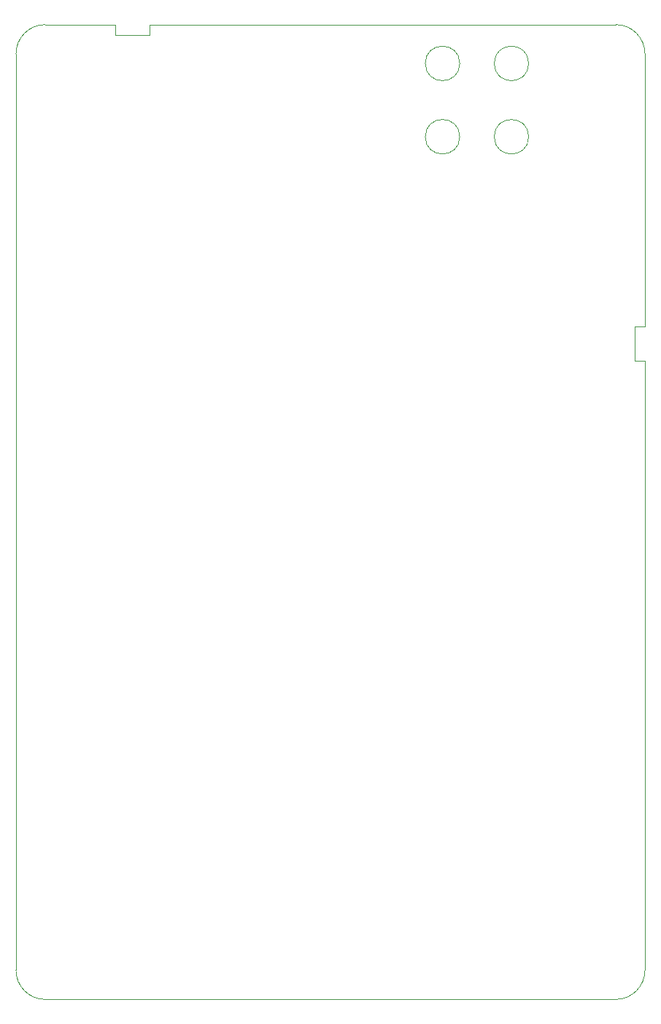
<source format=gbr>
%TF.GenerationSoftware,KiCad,Pcbnew,(5.1.6)-1*%
%TF.CreationDate,2021-02-27T16:06:52+00:00*%
%TF.ProjectId,FT817_buddy_v4,46543831-375f-4627-9564-64795f76342e,rev?*%
%TF.SameCoordinates,Original*%
%TF.FileFunction,Profile,NP*%
%FSLAX46Y46*%
G04 Gerber Fmt 4.6, Leading zero omitted, Abs format (unit mm)*
G04 Created by KiCad (PCBNEW (5.1.6)-1) date 2021-02-27 16:06:52*
%MOMM*%
%LPD*%
G01*
G04 APERTURE LIST*
%TA.AperFunction,Profile*%
%ADD10C,0.050000*%
%TD*%
%TA.AperFunction,Profile*%
%ADD11C,0.000100*%
%TD*%
G04 APERTURE END LIST*
D10*
X133500000Y-28400000D02*
G75*
G02*
X136900000Y-25000000I3400000J0D01*
G01*
X203100000Y-25000000D02*
G75*
G02*
X206500000Y-28400000I0J-3400000D01*
G01*
X206500000Y-134600000D02*
G75*
G02*
X203100000Y-138000000I-3400000J0D01*
G01*
X136900000Y-138000000D02*
G75*
G02*
X133500000Y-134600000I0J3400000D01*
G01*
X153000000Y-25000000D02*
X203100000Y-25000000D01*
X136900000Y-25000000D02*
X141000000Y-25000000D01*
X206500000Y-134600000D02*
X206500000Y-68000000D01*
X206500000Y-28400000D02*
X206500000Y-56000000D01*
X133500000Y-134600000D02*
X133500000Y-28400000D01*
X136900000Y-138000000D02*
X203100000Y-138000000D01*
X185000000Y-29500000D02*
G75*
G03*
X185000000Y-29500000I-2000000J0D01*
G01*
X193000000Y-29500000D02*
G75*
G03*
X193000000Y-29500000I-2000000J0D01*
G01*
X193000000Y-38000000D02*
G75*
G03*
X193000000Y-38000000I-2000000J0D01*
G01*
X185000000Y-38000000D02*
G75*
G03*
X185000000Y-38000000I-2000000J0D01*
G01*
D11*
%TO.C,J3*%
X206500000Y-60000000D02*
X206500000Y-56000000D01*
X205300000Y-60000000D02*
X206500000Y-60000000D01*
X205300000Y-64000000D02*
X205300000Y-60000000D01*
X206500000Y-64000000D02*
X205300000Y-64000000D01*
X206500000Y-68000000D02*
X206500000Y-64000000D01*
%TO.C,J2*%
X153000000Y-25000000D02*
X149000000Y-25000000D01*
X149000000Y-25000000D02*
X149000000Y-26200000D01*
X149000000Y-26200000D02*
X145000000Y-26200000D01*
X145000000Y-26200000D02*
X145000000Y-25000000D01*
X145000000Y-25000000D02*
X141000000Y-25000000D01*
%TD*%
M02*

</source>
